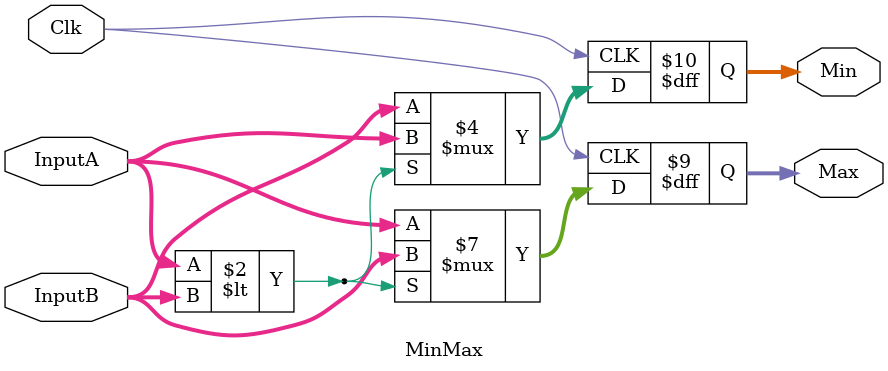
<source format=v>
`timescale 1ns / 1ps
`ifndef LIB_STYCZYNSKI_MIN_MAX_V
`define LIB_STYCZYNSKI_MIN_MAX_V

/*
 * Piotr Styczyński @styczynski
 * Verilog Components Library
 *
 * Min-max arithmetic module
 * 
 *
 * MIT License
 */
module MinMax
#(
	parameter INPUT_BIT_WIDTH = 8
)
(
    input Clk,
    input [INPUT_BIT_WIDTH-1:0] InputA,
	input [INPUT_BIT_WIDTH-1:0] InputB,
	output reg [INPUT_BIT_WIDTH-1:0] Max,
    output reg [INPUT_BIT_WIDTH-1:0] Min
);

    always @(posedge Clk)
	begin
		if(InputA < InputB)
            begin
                Max <= InputB;
                Min <= InputA;
            end
        else
            begin
                Max <= InputA;
                Min <= InputB;
            end
	end

endmodule

`endif
</source>
